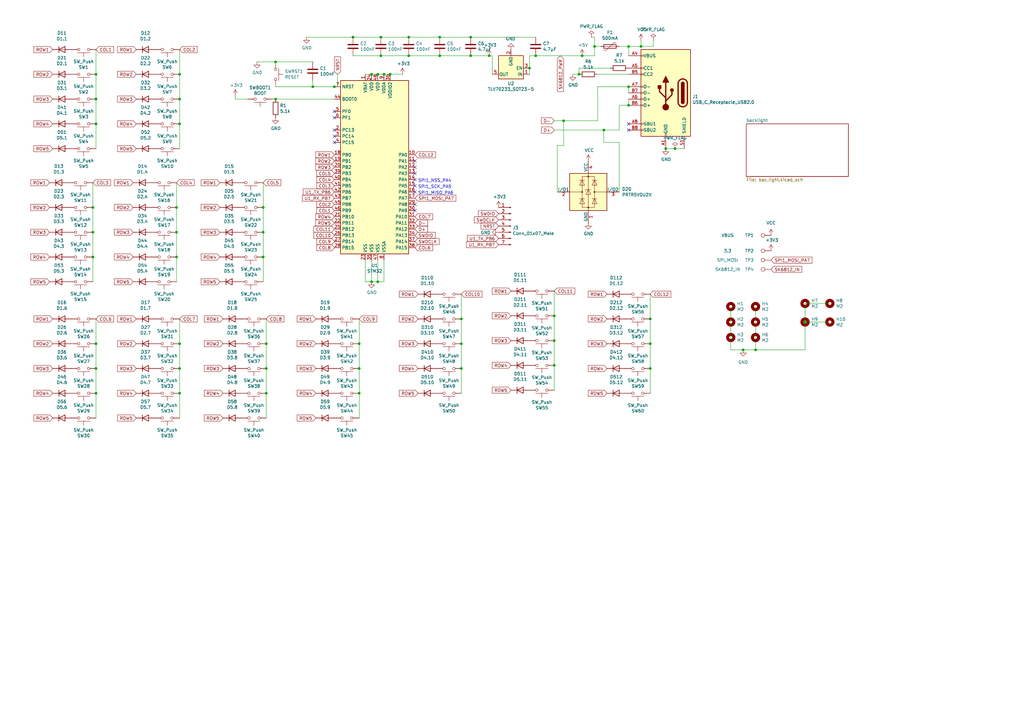
<source format=kicad_sch>
(kicad_sch (version 20211123) (generator eeschema)
  (paper "A3")
  (junction (at 200.66 22.86))
  (junction (at 152.4 30.48))
  (junction (at 167.64 15.24))
  (junction (at 167.64 22.86))
  (junction (at 109.22 140.97))
  (junction (at 257.81 35.56))
  (junction (at 147.32 140.97))
  (junction (at 193.04 22.86))
  (junction (at 266.7 130.81))
  (junction (at 38.1 105.41))
  (junction (at 231.14 49.53))
  (junction (at 107.95 85.09))
  (junction (at 180.34 15.24))
  (junction (at 243.84 19.05))
  (junction (at 73.66 140.97))
  (junction (at 73.66 40.64))
  (junction (at 39.37 140.97))
  (junction (at 39.37 30.48))
  (junction (at 309.88 143.51))
  (junction (at 157.48 30.48))
  (junction (at 113.03 40.64))
  (junction (at 257.81 43.18))
  (junction (at 72.39 85.09))
  (junction (at 107.95 95.25))
  (junction (at 38.1 95.25))
  (junction (at 72.39 105.41))
  (junction (at 160.02 30.48))
  (junction (at 107.95 105.41))
  (junction (at 38.1 85.09))
  (junction (at 39.37 50.8))
  (junction (at 39.37 40.64))
  (junction (at 247.65 53.34))
  (junction (at 237.49 30.48))
  (junction (at 189.23 140.97))
  (junction (at 189.23 130.81))
  (junction (at 262.89 19.05))
  (junction (at 72.39 95.25))
  (junction (at 147.32 151.13))
  (junction (at 227.33 129.54))
  (junction (at 276.86 60.96))
  (junction (at 304.8 143.51))
  (junction (at 189.23 151.13))
  (junction (at 238.76 22.86))
  (junction (at 193.04 15.24))
  (junction (at 128.27 35.56))
  (junction (at 217.17 27.94))
  (junction (at 147.32 161.29))
  (junction (at 156.21 15.24))
  (junction (at 144.78 15.24))
  (junction (at 109.22 151.13))
  (junction (at 266.7 151.13))
  (junction (at 154.94 30.48))
  (junction (at 156.21 22.86))
  (junction (at 39.37 161.29))
  (junction (at 152.4 115.57))
  (junction (at 273.05 60.96))
  (junction (at 266.7 140.97))
  (junction (at 154.94 115.57))
  (junction (at 73.66 161.29))
  (junction (at 227.33 149.86))
  (junction (at 227.33 139.7))
  (junction (at 73.66 30.48))
  (junction (at 113.03 25.4))
  (junction (at 109.22 161.29))
  (junction (at 39.37 151.13))
  (junction (at 330.2 132.08))
  (junction (at 180.34 22.86))
  (junction (at 137.16 35.56))
  (junction (at 73.66 50.8))
  (junction (at 73.66 151.13))
  (junction (at 219.71 22.86))
  (junction (at 257.81 19.05))
  (no_connect (at 257.81 50.8))
  (no_connect (at 137.16 48.26))
  (no_connect (at 170.18 83.82))
  (no_connect (at 170.18 86.36))
  (no_connect (at 170.18 66.04))
  (no_connect (at 170.18 78.74))
  (no_connect (at 170.18 71.12))
  (no_connect (at 170.18 68.58))
  (no_connect (at 137.16 45.72))
  (no_connect (at 170.18 76.2))
  (no_connect (at 137.16 58.42))
  (no_connect (at 137.16 55.88))
  (no_connect (at 170.18 73.66))
  (no_connect (at 257.81 53.34))
  (no_connect (at 137.16 53.34))
  (wire (pts (xy 299.72 125.73) (xy 299.72 143.51)))
  (wire (pts (xy 38.1 105.41) (xy 38.1 115.57)))
  (wire (pts (xy 38.1 95.25) (xy 38.1 105.41)))
  (wire (pts (xy 247.65 53.34) (xy 227.33 53.34)))
  (wire (pts (xy 107.95 95.25) (xy 107.95 105.41)))
  (wire (pts (xy 189.23 151.13) (xy 189.23 161.29)))
  (wire (pts (xy 149.86 30.48) (xy 152.4 30.48)))
  (wire (pts (xy 193.04 15.24) (xy 219.71 15.24)))
  (wire (pts (xy 96.52 40.64) (xy 96.52 39.37)))
  (wire (pts (xy 167.64 15.24) (xy 180.34 15.24)))
  (wire (pts (xy 189.23 130.81) (xy 189.23 140.97)))
  (wire (pts (xy 149.86 106.68) (xy 149.86 115.57)))
  (wire (pts (xy 257.81 19.05) (xy 262.89 19.05)))
  (wire (pts (xy 113.03 40.64) (xy 137.16 40.64)))
  (wire (pts (xy 144.78 15.24) (xy 156.21 15.24)))
  (wire (pts (xy 276.86 60.96) (xy 273.05 60.96)))
  (wire (pts (xy 73.66 30.48) (xy 73.66 40.64)))
  (wire (pts (xy 189.23 140.97) (xy 189.23 151.13)))
  (wire (pts (xy 39.37 30.48) (xy 39.37 40.64)))
  (wire (pts (xy 73.66 151.13) (xy 73.66 161.29)))
  (wire (pts (xy 39.37 140.97) (xy 39.37 151.13)))
  (wire (pts (xy 156.21 22.86) (xy 167.64 22.86)))
  (wire (pts (xy 73.66 20.32) (xy 73.66 30.48)))
  (wire (pts (xy 107.95 105.41) (xy 107.95 115.57)))
  (wire (pts (xy 39.37 151.13) (xy 39.37 161.29)))
  (wire (pts (xy 243.84 19.05) (xy 243.84 22.86)))
  (wire (pts (xy 227.33 149.86) (xy 227.33 160.02)))
  (wire (pts (xy 201.93 30.48) (xy 201.93 22.86)))
  (wire (pts (xy 125.73 15.24) (xy 144.78 15.24)))
  (wire (pts (xy 152.4 30.48) (xy 154.94 30.48)))
  (wire (pts (xy 243.84 15.24) (xy 242.57 15.24)))
  (wire (pts (xy 154.94 106.68) (xy 154.94 115.57)))
  (wire (pts (xy 245.11 35.56) (xy 245.11 49.53)))
  (wire (pts (xy 137.16 35.56) (xy 128.27 35.56)))
  (wire (pts (xy 228.6 78.74) (xy 228.6 59.69)))
  (wire (pts (xy 266.7 140.97) (xy 266.7 151.13)))
  (wire (pts (xy 262.89 19.05) (xy 267.97 19.05)))
  (wire (pts (xy 189.23 120.65) (xy 189.23 130.81)))
  (wire (pts (xy 228.6 59.69) (xy 231.14 59.69)))
  (wire (pts (xy 217.17 22.86) (xy 217.17 27.94)))
  (wire (pts (xy 39.37 40.64) (xy 39.37 50.8)))
  (wire (pts (xy 227.33 139.7) (xy 227.33 149.86)))
  (wire (pts (xy 254 19.05) (xy 257.81 19.05)))
  (wire (pts (xy 247.65 58.42) (xy 247.65 53.34)))
  (wire (pts (xy 237.49 27.94) (xy 237.49 30.48)))
  (wire (pts (xy 38.1 85.09) (xy 38.1 95.25)))
  (wire (pts (xy 330.2 132.08) (xy 330.2 143.51)))
  (wire (pts (xy 39.37 130.81) (xy 39.37 140.97)))
  (wire (pts (xy 243.84 19.05) (xy 243.84 15.24)))
  (wire (pts (xy 147.32 130.81) (xy 147.32 140.97)))
  (wire (pts (xy 154.94 115.57) (xy 152.4 115.57)))
  (wire (pts (xy 245.11 30.48) (xy 257.81 30.48)))
  (wire (pts (xy 180.34 22.86) (xy 193.04 22.86)))
  (wire (pts (xy 280.67 60.96) (xy 276.86 60.96)))
  (wire (pts (xy 257.81 43.18) (xy 254 43.18)))
  (wire (pts (xy 340.36 124.46) (xy 330.2 124.46)))
  (wire (pts (xy 73.66 40.64) (xy 73.66 50.8)))
  (wire (pts (xy 101.6 40.64) (xy 96.52 40.64)))
  (wire (pts (xy 113.03 35.56) (xy 128.27 35.56)))
  (wire (pts (xy 109.22 161.29) (xy 109.22 171.45)))
  (wire (pts (xy 72.39 105.41) (xy 72.39 115.57)))
  (wire (pts (xy 111.76 40.64) (xy 113.03 40.64)))
  (wire (pts (xy 309.88 143.51) (xy 330.2 143.51)))
  (wire (pts (xy 219.71 22.86) (xy 217.17 22.86)))
  (wire (pts (xy 254 53.34) (xy 247.65 53.34)))
  (wire (pts (xy 219.71 22.86) (xy 238.76 22.86)))
  (wire (pts (xy 257.81 22.86) (xy 257.81 19.05)))
  (wire (pts (xy 157.48 30.48) (xy 160.02 30.48)))
  (wire (pts (xy 39.37 20.32) (xy 39.37 30.48)))
  (wire (pts (xy 39.37 161.29) (xy 39.37 171.45)))
  (wire (pts (xy 227.33 119.38) (xy 227.33 129.54)))
  (wire (pts (xy 167.64 22.86) (xy 180.34 22.86)))
  (wire (pts (xy 245.11 49.53) (xy 231.14 49.53)))
  (wire (pts (xy 193.04 22.86) (xy 200.66 22.86)))
  (wire (pts (xy 147.32 161.29) (xy 147.32 171.45)))
  (wire (pts (xy 73.66 140.97) (xy 73.66 151.13)))
  (wire (pts (xy 200.66 22.86) (xy 201.93 22.86)))
  (wire (pts (xy 160.02 30.48) (xy 165.1 30.48)))
  (wire (pts (xy 113.03 25.4) (xy 105.41 25.4)))
  (wire (pts (xy 147.32 151.13) (xy 147.32 161.29)))
  (wire (pts (xy 144.78 22.86) (xy 156.21 22.86)))
  (wire (pts (xy 107.95 74.93) (xy 107.95 85.09)))
  (wire (pts (xy 147.32 140.97) (xy 147.32 151.13)))
  (wire (pts (xy 299.72 143.51) (xy 304.8 143.51)))
  (wire (pts (xy 113.03 25.4) (xy 128.27 25.4)))
  (wire (pts (xy 257.81 40.64) (xy 257.81 43.18)))
  (wire (pts (xy 109.22 140.97) (xy 109.22 151.13)))
  (wire (pts (xy 109.22 130.81) (xy 109.22 140.97)))
  (wire (pts (xy 72.39 85.09) (xy 72.39 95.25)))
  (wire (pts (xy 262.89 19.05) (xy 262.89 16.51)))
  (wire (pts (xy 128.27 35.56) (xy 128.27 33.02)))
  (wire (pts (xy 138.43 30.48) (xy 138.43 35.56)))
  (wire (pts (xy 73.66 130.81) (xy 73.66 140.97)))
  (wire (pts (xy 157.48 106.68) (xy 157.48 115.57)))
  (wire (pts (xy 266.7 151.13) (xy 266.7 161.29)))
  (wire (pts (xy 266.7 120.65) (xy 266.7 130.81)))
  (wire (pts (xy 238.76 22.86) (xy 243.84 22.86)))
  (wire (pts (xy 309.88 125.73) (xy 309.88 143.51)))
  (wire (pts (xy 138.43 35.56) (xy 137.16 35.56)))
  (wire (pts (xy 330.2 124.46) (xy 330.2 132.08)))
  (wire (pts (xy 152.4 106.68) (xy 152.4 115.57)))
  (wire (pts (xy 227.33 129.54) (xy 227.33 139.7)))
  (wire (pts (xy 39.37 50.8) (xy 39.37 60.96)))
  (wire (pts (xy 180.34 15.24) (xy 193.04 15.24)))
  (wire (pts (xy 73.66 50.8) (xy 73.66 60.96)))
  (wire (pts (xy 149.86 115.57) (xy 152.4 115.57)))
  (wire (pts (xy 234.95 30.48) (xy 237.49 30.48)))
  (wire (pts (xy 257.81 35.56) (xy 257.81 38.1)))
  (wire (pts (xy 266.7 130.81) (xy 266.7 140.97)))
  (wire (pts (xy 231.14 49.53) (xy 227.33 49.53)))
  (wire (pts (xy 107.95 85.09) (xy 107.95 95.25)))
  (wire (pts (xy 267.97 19.05) (xy 267.97 16.51)))
  (wire (pts (xy 72.39 95.25) (xy 72.39 105.41)))
  (wire (pts (xy 231.14 59.69) (xy 231.14 49.53)))
  (wire (pts (xy 245.11 35.56) (xy 257.81 35.56)))
  (wire (pts (xy 109.22 151.13) (xy 109.22 161.29)))
  (wire (pts (xy 340.36 132.08) (xy 330.2 132.08)))
  (wire (pts (xy 254 43.18) (xy 254 53.34)))
  (wire (pts (xy 254 78.74) (xy 254 58.42)))
  (wire (pts (xy 254 58.42) (xy 247.65 58.42)))
  (wire (pts (xy 250.19 27.94) (xy 237.49 27.94)))
  (wire (pts (xy 304.8 143.51) (xy 309.88 143.51)))
  (wire (pts (xy 38.1 74.93) (xy 38.1 85.09)))
  (wire (pts (xy 246.38 19.05) (xy 243.84 19.05)))
  (wire (pts (xy 157.48 115.57) (xy 154.94 115.57)))
  (wire (pts (xy 154.94 30.48) (xy 157.48 30.48)))
  (wire (pts (xy 73.66 161.29) (xy 73.66 171.45)))
  (wire (pts (xy 156.21 15.24) (xy 167.64 15.24)))
  (wire (pts (xy 72.39 74.93) (xy 72.39 85.09)))
  (wire (pts (xy 217.17 27.94) (xy 217.17 30.48)))
  (text "SPI1_NSS_PA4" (at 171.45 74.93 0) (effects (font (size 1.27 1.27)) (justify left bottom)))
  (text "SPI1_MISO_PA6" (at 171.45 80.01 0) (effects (font (size 1.27 1.27)) (justify left bottom)))
  (text "SPI1_SCK_PA5" (at 171.45 77.47 0) (effects (font (size 1.27 1.27)) (justify left bottom)))
  (global_label "ROW2" (shape input) (at 54.61 85.09 180) (property "Intersheet References" "${INTERSHEET_REFS}" (effects hide)))
  (global_label "ROW5" (shape input) (at 209.55 160.02 180) (property "Intersheet References" "${INTERSHEET_REFS}" (effects hide)))
  (global_label "ROW1" (shape input) (at 137.16 63.5 180) (property "Intersheet References" "${INTERSHEET_REFS}" (effects hide)))
  (global_label "ROW3" (shape input) (at 209.55 139.7 180) (property "Intersheet References" "${INTERSHEET_REFS}" (effects hide)))
  (global_label "COL7" (shape input) (at 170.18 88.9 0) (property "Intersheet References" "${INTERSHEET_REFS}" (effects hide)))
  (global_label "ROW3" (shape input) (at 91.44 151.13 180) (property "Intersheet References" "${INTERSHEET_REFS}" (effects hide)))
  (global_label "ROW2" (shape input) (at 21.59 140.97 180) (property "Intersheet References" "${INTERSHEET_REFS}" (effects hide)))
  (global_label "ROW5" (shape input) (at 21.59 171.45 180) (property "Intersheet References" "${INTERSHEET_REFS}" (effects hide)))
  (global_label "ROW1" (shape input) (at 20.32 74.93 180) (property "Intersheet References" "${INTERSHEET_REFS}" (effects hide)))
  (global_label "COL1" (shape input) (at 137.16 86.36 180) (property "Intersheet References" "${INTERSHEET_REFS}" (effects hide)))
  (global_label "ROW3" (shape input) (at 55.88 151.13 180) (property "Intersheet References" "${INTERSHEET_REFS}" (effects hide)))
  (global_label "COL3" (shape input) (at 137.16 76.2 180) (property "Intersheet References" "${INTERSHEET_REFS}" (effects hide)))
  (global_label "ROW5" (shape input) (at 171.45 161.29 180) (property "Intersheet References" "${INTERSHEET_REFS}" (effects hide)))
  (global_label "COL11" (shape input) (at 137.16 93.98 180) (property "Intersheet References" "${INTERSHEET_REFS}" (effects hide)))
  (global_label "ROW1" (shape input) (at 209.55 119.38 180) (property "Intersheet References" "${INTERSHEET_REFS}" (effects hide)))
  (global_label "SPI1_MOSI_PA7" (shape input) (at 316.23 106.68 0) (property "Intersheet References" "${INTERSHEET_REFS}" (effects hide)))
  (global_label "COL11" (shape input) (at 227.33 119.38 0) (property "Intersheet References" "${INTERSHEET_REFS}" (effects hide)))
  (global_label "ROW3" (shape input) (at 54.61 95.25 180) (property "Intersheet References" "${INTERSHEET_REFS}" (effects hide)))
  (global_label "ROW4" (shape input) (at 129.54 161.29 180) (property "Intersheet References" "${INTERSHEET_REFS}" (effects hide)))
  (global_label "ROW5" (shape input) (at 55.88 171.45 180) (property "Intersheet References" "${INTERSHEET_REFS}" (effects hide)))
  (global_label "COL12" (shape input) (at 170.18 63.5 0) (property "Intersheet References" "${INTERSHEET_REFS}" (effects hide)))
  (global_label "COL5" (shape input) (at 107.95 74.93 0) (property "Intersheet References" "${INTERSHEET_REFS}" (effects hide)))
  (global_label "ROW1" (shape input) (at 129.54 130.81 180) (property "Intersheet References" "${INTERSHEET_REFS}" (effects hide)))
  (global_label "COL8" (shape input) (at 109.22 130.81 0) (property "Intersheet References" "${INTERSHEET_REFS}" (effects hide)))
  (global_label "ROW3" (shape input) (at 137.16 68.58 180) (property "Intersheet References" "${INTERSHEET_REFS}" (effects hide)))
  (global_label "ROW4" (shape input) (at 21.59 161.29 180) (property "Intersheet References" "${INTERSHEET_REFS}" (effects hide)))
  (global_label "SPI1_MOSI_PA7" (shape input) (at 170.18 81.28 0) (property "Intersheet References" "${INTERSHEET_REFS}" (effects hide)))
  (global_label "ROW1" (shape input) (at 171.45 120.65 180) (property "Intersheet References" "${INTERSHEET_REFS}" (effects hide)))
  (global_label "ROW5" (shape input) (at 55.88 60.96 180) (property "Intersheet References" "${INTERSHEET_REFS}" (effects hide)))
  (global_label "ROW3" (shape input) (at 21.59 40.64 180) (property "Intersheet References" "${INTERSHEET_REFS}" (effects hide)))
  (global_label "ROW2" (shape input) (at 129.54 140.97 180) (property "Intersheet References" "${INTERSHEET_REFS}" (effects hide)))
  (global_label "ROW4" (shape input) (at 55.88 161.29 180) (property "Intersheet References" "${INTERSHEET_REFS}" (effects hide)))
  (global_label "ROW4" (shape input) (at 90.17 105.41 180) (property "Intersheet References" "${INTERSHEET_REFS}" (effects hide)))
  (global_label "U1_TX_PB6" (shape input) (at 204.47 97.79 180) (property "Intersheet References" "${INTERSHEET_REFS}" (effects hide)))
  (global_label "ROW3" (shape input) (at 20.32 95.25 180) (property "Intersheet References" "${INTERSHEET_REFS}" (effects hide)))
  (global_label "ROW5" (shape input) (at 129.54 171.45 180) (property "Intersheet References" "${INTERSHEET_REFS}" (effects hide)))
  (global_label "D+" (shape input) (at 170.18 93.98 0) (property "Intersheet References" "${INTERSHEET_REFS}" (effects hide)))
  (global_label "COL2" (shape input) (at 137.16 83.82 180) (property "Intersheet References" "${INTERSHEET_REFS}" (effects hide)))
  (global_label "D+" (shape input) (at 227.33 53.34 180) (property "Intersheet References" "${INTERSHEET_REFS}" (effects hide)))
  (global_label "ROW1" (shape input) (at 21.59 130.81 180) (property "Intersheet References" "${INTERSHEET_REFS}" (effects hide)))
  (global_label "COL10" (shape input) (at 189.23 120.65 0) (property "Intersheet References" "${INTERSHEET_REFS}" (effects hide)))
  (global_label "U1_TX_PB6" (shape input) (at 137.16 78.74 180) (property "Intersheet References" "${INTERSHEET_REFS}" (effects hide)))
  (global_label "ROW5" (shape input) (at 90.17 115.57 180) (property "Intersheet References" "${INTERSHEET_REFS}" (effects hide)))
  (global_label "ROW3" (shape input) (at 129.54 151.13 180) (property "Intersheet References" "${INTERSHEET_REFS}" (effects hide)))
  (global_label "COL9" (shape input) (at 147.32 130.81 0) (property "Intersheet References" "${INTERSHEET_REFS}" (effects hide)))
  (global_label "ROW4" (shape input) (at 171.45 151.13 180) (property "Intersheet References" "${INTERSHEET_REFS}" (effects hide)))
  (global_label "COL6" (shape input) (at 170.18 101.6 0) (property "Intersheet References" "${INTERSHEET_REFS}" (effects hide)))
  (global_label "ROW5" (shape input) (at 20.32 115.57 180) (property "Intersheet References" "${INTERSHEET_REFS}" (effects hide)))
  (global_label "ROW5" (shape input) (at 91.44 171.45 180) (property "Intersheet References" "${INTERSHEET_REFS}" (effects hide)))
  (global_label "ROW2" (shape input) (at 91.44 140.97 180) (property "Intersheet References" "${INTERSHEET_REFS}" (effects hide)))
  (global_label "ROW4" (shape input) (at 20.32 105.41 180) (property "Intersheet References" "${INTERSHEET_REFS}" (effects hide)))
  (global_label "COL5" (shape input) (at 137.16 71.12 180) (property "Intersheet References" "${INTERSHEET_REFS}" (effects hide)))
  (global_label "D-" (shape input) (at 227.33 49.53 180) (property "Intersheet References" "${INTERSHEET_REFS}" (effects hide)))
  (global_label "D-" (shape input) (at 170.18 91.44 0) (property "Intersheet References" "${INTERSHEET_REFS}" (effects hide)))
  (global_label "ROW2" (shape input) (at 248.92 130.81 180) (property "Intersheet References" "${INTERSHEET_REFS}" (effects hide)))
  (global_label "ROW5" (shape input) (at 248.92 161.29 180) (property "Intersheet References" "${INTERSHEET_REFS}" (effects hide)))
  (global_label "ROW2" (shape input) (at 21.59 30.48 180) (property "Intersheet References" "${INTERSHEET_REFS}" (effects hide)))
  (global_label "ROW2" (shape input) (at 209.55 129.54 180) (property "Intersheet References" "${INTERSHEET_REFS}" (effects hide)))
  (global_label "COL9" (shape input) (at 137.16 99.06 180) (property "Intersheet References" "${INTERSHEET_REFS}" (effects hide)))
  (global_label "ROW4" (shape input) (at 54.61 105.41 180) (property "Intersheet References" "${INTERSHEET_REFS}" (effects hide)))
  (global_label "SWDCLK" (shape input) (at 170.18 99.06 0) (property "Intersheet References" "${INTERSHEET_REFS}" (effects hide)))
  (global_label "NRST" (shape input) (at 138.43 30.48 90) (property "Intersheet References" "${INTERSHEET_REFS}" (effects hide)))
  (global_label "ROW3" (shape input) (at 55.88 40.64 180) (property "Intersheet References" "${INTERSHEET_REFS}" (effects hide)))
  (global_label "COL6" (shape input) (at 39.37 130.81 0) (property "Intersheet References" "${INTERSHEET_REFS}" (effects hide)))
  (global_label "ROW1" (shape input) (at 90.17 74.93 180) (property "Intersheet References" "${INTERSHEET_REFS}" (effects hide)))
  (global_label "ROW1" (shape input) (at 91.44 130.81 180) (property "Intersheet References" "${INTERSHEET_REFS}" (effects hide)))
  (global_label "ROW3" (shape input) (at 171.45 140.97 180) (property "Intersheet References" "${INTERSHEET_REFS}" (effects hide)))
  (global_label "ROW4" (shape input) (at 248.92 151.13 180) (property "Intersheet References" "${INTERSHEET_REFS}" (effects hide)))
  (global_label "ROW1" (shape input) (at 55.88 130.81 180) (property "Intersheet References" "${INTERSHEET_REFS}" (effects hide)))
  (global_label "ROW2" (shape input) (at 171.45 130.81 180) (property "Intersheet References" "${INTERSHEET_REFS}" (effects hide)))
  (global_label "SWDCLK" (shape input) (at 204.47 90.17 180) (property "Intersheet References" "${INTERSHEET_REFS}" (effects hide)))
  (global_label "U1_RX_PB7" (shape input) (at 204.47 100.33 180) (property "Intersheet References" "${INTERSHEET_REFS}" (effects hide)))
  (global_label "ROW2" (shape input) (at 55.88 140.97 180) (property "Intersheet References" "${INTERSHEET_REFS}" (effects hide)))
  (global_label "ROW2" (shape input) (at 20.32 85.09 180) (property "Intersheet References" "${INTERSHEET_REFS}" (effects hide)))
  (global_label "COL2" (shape input) (at 73.66 20.32 0) (property "Intersheet References" "${INTERSHEET_REFS}" (effects hide)))
  (global_label "NRST" (shape input) (at 204.47 92.71 180) (property "Intersheet References" "${INTERSHEET_REFS}" (effects hide)))
  (global_label "SWDIO" (shape input) (at 170.18 96.52 0) (property "Intersheet References" "${INTERSHEET_REFS}" (effects hide)))
  (global_label "SWDIO" (shape input) (at 204.47 87.63 180) (property "Intersheet References" "${INTERSHEET_REFS}" (effects hide)))
  (global_label "ROW1" (shape input) (at 54.61 74.93 180) (property "Intersheet References" "${INTERSHEET_REFS}" (effects hide)))
  (global_label "ROW5" (shape input) (at 137.16 91.44 180) (property "Intersheet References" "${INTERSHEET_REFS}" (effects hide)))
  (global_label "ROW5" (shape input) (at 21.59 60.96 180) (property "Intersheet References" "${INTERSHEET_REFS}" (effects hide)))
  (global_label "ROW2" (shape input) (at 90.17 85.09 180) (property "Intersheet References" "${INTERSHEET_REFS}" (effects hide)))
  (global_label "ROW3" (shape input) (at 248.92 140.97 180) (property "Intersheet References" "${INTERSHEET_REFS}" (effects hide)))
  (global_label "ROW1" (shape input) (at 21.59 20.32 180) (property "Intersheet References" "${INTERSHEET_REFS}" (effects hide)))
  (global_label "SK6812_IN" (shape input) (at 316.23 110.49 0) (property "Intersheet References" "${INTERSHEET_REFS}" (effects hide)))
  (global_label "ROW4" (shape input) (at 91.44 161.29 180) (property "Intersheet References" "${INTERSHEET_REFS}" (effects hide)))
  (global_label "COL4" (shape input) (at 72.39 74.93 0) (property "Intersheet References" "${INTERSHEET_REFS}" (effects hide)))
  (global_label "U1_RX_PB7" (shape input) (at 137.16 81.28 180) (property "Intersheet References" "${INTERSHEET_REFS}" (effects hide)))
  (global_label "ROW3" (shape input) (at 90.17 95.25 180) (property "Intersheet References" "${INTERSHEET_REFS}" (effects hide)))
  (global_label "COL7" (shape input) (at 73.66 130.81 0) (property "Intersheet References" "${INTERSHEET_REFS}" (effects hide)))
  (global_label "ROW4" (shape input) (at 21.59 50.8 180) (property "Intersheet References" "${INTERSHEET_REFS}" (effects hide)))
  (global_label "COL1" (shape input) (at 39.37 20.32 0) (property "Intersheet References" "${INTERSHEET_REFS}" (effects hide)))
  (global_label "COL8" (shape input) (at 137.16 101.6 180) (property "Intersheet References" "${INTERSHEET_REFS}" (effects hide)))
  (global_label "SK6812_PWR" (shape input) (at 229.87 22.86 270) (property "Intersheet References" "${INTERSHEET_REFS}" (effects hide)))
  (global_label "ROW4" (shape input) (at 209.55 149.86 180) (property "Intersheet References" "${INTERSHEET_REFS}" (effects hide)))
  (global_label "ROW1" (shape input) (at 55.88 20.32 180) (property "Intersheet References" "${INTERSHEET_REFS}" (effects hide)))
  (global_label "COL3" (shape input) (at 38.1 74.93 0) (property "Intersheet References" "${INTERSHEET_REFS}" (effects hide)))
  (global_label "COL4" (shape input) (at 137.16 73.66 180) (property "Intersheet References" "${INTERSHEET_REFS}" (effects hide)))
  (global_label "ROW1" (shape input) (at 248.92 120.65 180) (property "Intersheet References" "${INTERSHEET_REFS}" (effects hide)))
  (global_label "ROW4" (shape input) (at 55.88 50.8 180) (property "Intersheet References" "${INTERSHEET_REFS}" (effects hide)))
  (global_label "COL10" (shape input) (at 137.16 96.52 180) (property "Intersheet References" "${INTERSHEET_REFS}" (effects hide)))
  (global_label "ROW3" (shape input) (at 21.59 151.13 180) (property "Intersheet References" "${INTERSHEET_REFS}" (effects hide)))
  (global_label "COL12" (shape input) (at 266.7 120.65 0) (property "Intersheet References" "${INTERSHEET_REFS}" (effects hide)))
  (global_label "ROW2" (shape input) (at 55.88 30.48 180) (property "Intersheet References" "${INTERSHEET_REFS}" (effects hide)))
  (global_label "ROW2" (shape input) (at 137.16 66.04 180) (property "Intersheet References" "${INTERSHEET_REFS}" (effects hide)))
  (global_label "ROW5" (shape input) (at 54.61 115.57 180) (property "Intersheet References" "${INTERSHEET_REFS}" (effects hide)))
  (global_label "ROW4" (shape input) (at 137.16 88.9 180) (property "Intersheet References" "${INTERSHEET_REFS}" (effects hide)))
  (symbol (lib_id "MCU_ST_STM32F0:STM32F072C8Tx") (at 154.94 68.58 0) (unit 1)
    (property "Reference" "U1" (at 153.67 108.8644 0))
    (property "Value" "STM32" (at 153.67 111.1758 0))
    (property "Footprint" "Package_QFP:LQFP-48_7x7mm_P0.5mm" (effects hide))
    (property "Datasheet" "http://www.st.com/st-web-ui/static/active/en/resource/technical/document/datasheet/DM00090510.pdf" (effects hide))
  )
  (symbol (lib_id "Device:C") (at 144.78 19.05 0) (unit 1)
    (property "Reference" "C2" (at 147.701 17.8816 0) (effects (justify left)))
    (property "Value" "100nF" (at 147.701 20.193 0) (effects (justify left)))
    (property "Footprint" "Capacitor_SMD:C_0805_2012Metric_Pad1.15x1.40mm_HandSolder" (effects hide))
  )
  (symbol (lib_id "Device:C") (at 156.21 19.05 0) (unit 1)
    (property "Reference" "C3" (at 159.131 17.8816 0) (effects (justify left)))
    (property "Value" "100nF" (at 159.131 20.193 0) (effects (justify left)))
    (property "Footprint" "Capacitor_SMD:C_0805_2012Metric_Pad1.15x1.40mm_HandSolder" (effects hide))
  )
  (symbol (lib_id "Device:C") (at 167.64 19.05 0) (unit 1)
    (property "Reference" "C4" (at 170.561 17.8816 0) (effects (justify left)))
    (property "Value" "100nF" (at 170.561 20.193 0) (effects (justify left)))
    (property "Footprint" "Capacitor_SMD:C_0805_2012Metric_Pad1.15x1.40mm_HandSolder" (effects hide))
  )
  (symbol (lib_id "Device:C") (at 180.34 19.05 0) (unit 1)
    (property "Reference" "C5" (at 183.261 17.8816 0) (effects (justify left)))
    (property "Value" "100nF" (at 183.261 20.193 0) (effects (justify left)))
    (property "Footprint" "Capacitor_SMD:C_0805_2012Metric_Pad1.15x1.40mm_HandSolder" (effects hide))
  )
  (symbol (lib_id "Device:C") (at 219.71 19.05 0) (unit 1)
    (property "Reference" "C7" (at 222.631 17.8816 0) (effects (justify left)))
    (property "Value" "4.7µF" (at 222.631 20.193 0) (effects (justify left)))
    (property "Footprint" "Capacitor_SMD:C_0805_2012Metric_Pad1.15x1.40mm_HandSolder" (effects hide))
  )
  (symbol (lib_id "power:GND") (at 152.4 115.57 0) (unit 1)
    (property "Reference" "#PWR0101" (effects hide))
    (property "Value" "GND" (at 152.527 119.9642 0))
  )
  (symbol (lib_id "power:GND") (at 125.73 15.24 0) (unit 1)
    (property "Reference" "#PWR0102" (effects hide))
    (property "Value" "GND" (at 125.857 19.6342 0))
  )
  (symbol (lib_id "Device:C") (at 128.27 29.21 0) (unit 1)
    (property "Reference" "C1" (at 131.191 28.0416 0) (effects (justify left)))
    (property "Value" "100nF" (at 131.191 30.353 0) (effects (justify left)))
    (property "Footprint" "Capacitor_SMD:C_0805_2012Metric_Pad1.15x1.40mm_HandSolder" (effects hide))
  )
  (symbol (lib_id "Switch:SW_Push") (at 113.03 30.48 270) (unit 1)
    (property "Reference" "SWRST1" (at 116.7892 29.3116 90) (effects (justify left)))
    (property "Value" "RESET" (at 116.7892 31.623 90) (effects (justify left)))
    (property "Footprint" "Button_Switch_SMD:SW_SPST_CK_RS282G05A3" (effects hide))
  )
  (symbol (lib_id "power:GND") (at 105.41 25.4 0) (unit 1)
    (property "Reference" "#PWR0103" (effects hide))
    (property "Value" "GND" (at 105.537 29.7942 0))
  )
  (symbol (lib_id "Switch:SW_Push") (at 106.68 40.64 180) (unit 1)
    (property "Reference" "SWBOOT1" (at 106.68 35.941 0))
    (property "Value" "BOOT" (at 106.68 38.2524 0))
    (property "Footprint" "Button_Switch_SMD:SW_SPST_CK_RS282G05A3" (effects hide))
  )
  (symbol (lib_id "Device:R") (at 113.03 44.45 0) (unit 1)
    (property "Reference" "R1" (at 114.808 43.2816 0) (effects (justify left)))
    (property "Value" "5.1k" (at 114.808 45.593 0) (effects (justify left)))
    (property "Footprint" "Resistor_SMD:R_0805_2012Metric_Pad1.15x1.40mm_HandSolder" (effects hide))
  )
  (symbol (lib_id "power:GND") (at 113.03 48.26 0) (unit 1)
    (property "Reference" "#PWR0104" (effects hide))
    (property "Value" "GND" (at 113.157 52.6542 0))
  )
  (symbol (lib_id "power:GND") (at 273.05 60.96 0) (unit 1)
    (property "Reference" "#PWR0105" (effects hide))
    (property "Value" "GND" (at 273.177 65.3542 0))
  )
  (symbol (lib_id "Device:R") (at 254 27.94 270) (unit 1)
    (property "Reference" "R7" (at 254 22.6822 90))
    (property "Value" "5.1k" (at 254 24.9936 90))
    (property "Footprint" "Resistor_SMD:R_0805_2012Metric_Pad1.15x1.40mm_HandSolder" (effects hide))
  )
  (symbol (lib_id "Device:R") (at 241.3 30.48 270) (mirror x) (unit 1)
    (property "Reference" "R6" (at 241.3 25.2222 90))
    (property "Value" "5.1k" (at 241.3 27.5336 90))
    (property "Footprint" "Resistor_SMD:R_0805_2012Metric_Pad1.15x1.40mm_HandSolder" (effects hide))
  )
  (symbol (lib_id "power:GND") (at 234.95 30.48 0) (unit 1)
    (property "Reference" "#PWR0106" (effects hide))
    (property "Value" "GND" (at 235.077 34.8742 0))
  )
  (symbol (lib_id "Device:C") (at 193.04 19.05 0) (unit 1)
    (property "Reference" "C6" (at 195.961 17.8816 0) (effects (justify left)))
    (property "Value" "4.7µF" (at 195.961 20.193 0) (effects (justify left)))
    (property "Footprint" "Capacitor_SMD:C_0805_2012Metric_Pad1.15x1.40mm_HandSolder" (effects hide))
  )
  (symbol (lib_id "Connector:USB_C_Receptacle_USB2.0") (at 273.05 38.1 0) (mirror y) (unit 1)
    (property "Reference" "J1" (at 283.972 39.5986 0) (effects (justify right)))
    (property "Value" "USB_C_Receptacle_USB2.0" (at 283.972 41.91 0) (effects (justify right)))
    (property "Footprint" "kicad-usb:USB_C_Receptacle_HRO_TYPE-C-31-M-12" (effects hide))
    (property "Datasheet" "https://www.usb.org/sites/default/files/documents/usb_type-c.zip" (effects hide))
  )
  (symbol (lib_id "Connector:Conn_01x07_Male") (at 209.55 92.71 0) (mirror y) (unit 1)
    (property "Reference" "J3" (at 210.2358 93.3958 0) (effects (justify right)))
    (property "Value" "Conn_01x07_Male" (at 210.2358 95.7072 0) (effects (justify right)))
    (property "Footprint" "kicad-harwin:Harwin_M20-89007xx_1x07_P2.54mm_Horizontal" (effects hide))
  )
  (symbol (lib_id "power:GND") (at 204.47 95.25 270) (unit 1)
    (property "Reference" "#PWR0109" (effects hide))
    (property "Value" "GND" (at 201.2188 95.377 90) (effects (justify right)))
  )
  (symbol (lib_id "Switch:SW_Push") (at 34.29 20.32 180) (unit 1)
    (property "Reference" "SW1" (at 34.29 27.559 0))
    (property "Value" "SW_Push" (at 34.29 25.2476 0))
    (property "Footprint" "custom:CherryMX_Hotswap" (effects hide))
  )
  (symbol (lib_id "Diode:1N4148WS") (at 25.4 20.32 0) (unit 1)
    (property "Reference" "D11" (at 25.4 13.589 0))
    (property "Value" "D1.1" (at 25.4 15.9004 0))
    (property "Footprint" "Diode_SMD:D_SOD-323" (effects hide))
  )
  (symbol (lib_id "Switch:SW_Push") (at 34.29 30.48 180) (unit 1)
    (property "Reference" "SW2" (at 34.29 37.719 0))
    (property "Value" "SW_Push" (at 34.29 35.4076 0))
    (property "Footprint" "custom:CherryMX_Hotswap" (effects hide))
  )
  (symbol (lib_id "Diode:1N4148WS") (at 25.4 30.48 0) (unit 1)
    (property "Reference" "D21" (at 25.4 23.749 0))
    (property "Value" "D2.1" (at 25.4 26.0604 0))
    (property "Footprint" "Diode_SMD:D_SOD-323" (effects hide))
  )
  (symbol (lib_id "Switch:SW_Push") (at 34.29 50.8 180) (unit 1)
    (property "Reference" "SW4" (at 34.29 58.039 0))
    (property "Value" "SW_Push" (at 34.29 55.7276 0))
    (property "Footprint" "custom:CherryMX_Hotswap" (effects hide))
  )
  (symbol (lib_id "Diode:1N4148WS") (at 25.4 50.8 0) (unit 1)
    (property "Reference" "D41" (at 25.4 44.069 0))
    (property "Value" "D4.1" (at 25.4 46.3804 0))
    (property "Footprint" "Diode_SMD:D_SOD-323" (effects hide))
  )
  (symbol (lib_id "Switch:SW_Push") (at 34.29 40.64 180) (unit 1)
    (property "Reference" "SW3" (at 34.29 47.879 0))
    (property "Value" "SW_Push" (at 34.29 45.5676 0))
    (property "Footprint" "custom:CherryMX_Hotswap" (effects hide))
  )
  (symbol (lib_id "Diode:1N4148WS") (at 25.4 40.64 0) (unit 1)
    (property "Reference" "D31" (at 25.4 33.909 0))
    (property "Value" "D3.1" (at 25.4 36.2204 0))
    (property "Footprint" "Diode_SMD:D_SOD-323" (effects hide))
  )
  (symbol (lib_id "power:PWR_FLAG") (at 276.86 60.96 0) (unit 1)
    (property "Reference" "#FLG0102" (effects hide))
    (property "Value" "PWR_FLAG" (at 276.86 56.5658 0))
  )
  (symbol (lib_id "power:+3.3V") (at 165.1 30.48 0) (unit 1)
    (property "Reference" "#PWR0107" (effects hide))
    (property "Value" "+3.3V" (at 165.481 26.0858 0))
  )
  (symbol (lib_id "power:+3.3V") (at 96.52 39.37 0) (unit 1)
    (property "Reference" "#PWR06" (effects hide))
    (property "Value" "+3.3V" (at 96.901 34.9758 0))
  )
  (symbol (lib_id "Device:Polyfuse") (at 250.19 19.05 270) (unit 1)
    (property "Reference" "F1" (at 250.19 13.335 90))
    (property "Value" "500mA" (at 250.19 15.6464 90))
    (property "Footprint" "Resistor_SMD:R_0805_2012Metric_Pad1.15x1.40mm_HandSolder" (effects hide))
  )
  (symbol (lib_id "power:+5V") (at 238.76 22.86 0) (unit 1)
    (property "Reference" "#PWR0108" (effects hide))
    (property "Value" "+5V" (at 239.141 18.4658 0))
  )
  (symbol (lib_id "power:PWR_FLAG") (at 242.57 15.24 0) (unit 1)
    (property "Reference" "#FLG0101" (effects hide))
    (property "Value" "PWR_FLAG" (at 242.57 10.8458 0))
  )
  (symbol (lib_id "Switch:SW_Push") (at 34.29 60.96 180) (unit 1)
    (property "Reference" "SW5" (at 34.29 68.199 0))
    (property "Value" "SW_Push" (at 34.29 65.8876 0))
    (property "Footprint" "custom:CherryMX_Hotswap" (effects hide))
  )
  (symbol (lib_id "Diode:1N4148WS") (at 25.4 60.96 0) (unit 1)
    (property "Reference" "D51" (at 25.4 54.229 0))
    (property "Value" "D5.1" (at 25.4 56.5404 0))
    (property "Footprint" "Diode_SMD:D_SOD-323" (effects hide))
  )
  (symbol (lib_id "Switch:SW_Push") (at 68.58 20.32 180) (unit 1)
    (property "Reference" "SW6" (at 68.58 27.559 0))
    (property "Value" "SW_Push" (at 68.58 25.2476 0))
    (property "Footprint" "custom:CherryMX_Hotswap" (effects hide))
  )
  (symbol (lib_id "Diode:1N4148WS") (at 59.69 20.32 0) (unit 1)
    (property "Reference" "D12" (at 59.69 13.589 0))
    (property "Value" "D1.2" (at 59.69 15.9004 0))
    (property "Footprint" "Diode_SMD:D_SOD-323" (effects hide))
  )
  (symbol (lib_id "Switch:SW_Push") (at 68.58 30.48 180) (unit 1)
    (property "Reference" "SW7" (at 68.58 37.719 0))
    (property "Value" "SW_Push" (at 68.58 35.4076 0))
    (property "Footprint" "custom:CherryMX_Hotswap" (effects hide))
  )
  (symbol (lib_id "Diode:1N4148WS") (at 59.69 30.48 0) (unit 1)
    (property "Reference" "D22" (at 59.69 23.749 0))
    (property "Value" "D2.2" (at 59.69 26.0604 0))
    (property "Footprint" "Diode_SMD:D_SOD-323" (effects hide))
  )
  (symbol (lib_id "Switch:SW_Push") (at 68.58 50.8 180) (unit 1)
    (property "Reference" "SW9" (at 68.58 58.039 0))
    (property "Value" "SW_Push" (at 68.58 55.7276 0))
    (property "Footprint" "custom:CherryMX_Hotswap" (effects hide))
  )
  (symbol (lib_id "Diode:1N4148WS") (at 59.69 50.8 0) (unit 1)
    (property "Reference" "D42" (at 59.69 44.069 0))
    (property "Value" "D4.2" (at 59.69 46.3804 0))
    (property "Footprint" "Diode_SMD:D_SOD-323" (effects hide))
  )
  (symbol (lib_id "Switch:SW_Push") (at 68.58 40.64 180) (unit 1)
    (property "Reference" "SW8" (at 68.58 47.879 0))
    (property "Value" "SW_Push" (at 68.58 45.5676 0))
    (property "Footprint" "custom:CherryMX_Hotswap" (effects hide))
  )
  (symbol (lib_id "Diode:1N4148WS") (at 59.69 40.64 0) (unit 1)
    (property "Reference" "D32" (at 59.69 33.909 0))
    (property "Value" "D3.2" (at 59.69 36.2204 0))
    (property "Footprint" "Diode_SMD:D_SOD-323" (effects hide))
  )
  (symbol (lib_id "Switch:SW_Push") (at 68.58 60.96 180) (unit 1)
    (property "Reference" "SW10" (at 68.58 68.199 0))
    (property "Value" "SW_Push" (at 68.58 65.8876 0))
    (property "Footprint" "custom:CherryMX_Hotswap" (effects hide))
  )
  (symbol (lib_id "Diode:1N4148WS") (at 59.69 60.96 0) (unit 1)
    (property "Reference" "D52" (at 59.69 54.229 0))
    (property "Value" "D5.2" (at 59.69 56.5404 0))
    (property "Footprint" "Diode_SMD:D_SOD-323" (effects hide))
  )
  (symbol (lib_id "Switch:SW_Push") (at 33.02 74.93 180) (unit 1)
    (property "Reference" "SW11" (at 33.02 82.169 0))
    (property "Value" "SW_Push" (at 33.02 79.8576 0))
    (property "Footprint" "custom:CherryMX_Hotswap" (effects hide))
  )
  (symbol (lib_id "Diode:1N4148WS") (at 24.13 74.93 0) (unit 1)
    (property "Reference" "D13" (at 24.13 68.199 0))
    (property "Value" "D1.3" (at 24.13 70.5104 0))
    (property "Footprint" "Diode_SMD:D_SOD-323" (effects hide))
  )
  (symbol (lib_id "Switch:SW_Push") (at 33.02 85.09 180) (unit 1)
    (property "Reference" "SW12" (at 33.02 92.329 0))
    (property "Value" "SW_Push" (at 33.02 90.0176 0))
    (property "Footprint" "custom:CherryMX_Hotswap" (effects hide))
  )
  (symbol (lib_id "Diode:1N4148WS") (at 24.13 85.09 0) (unit 1)
    (property "Reference" "D23" (at 24.13 78.359 0))
    (property "Value" "D2.3" (at 24.13 80.6704 0))
    (property "Footprint" "Diode_SMD:D_SOD-323" (effects hide))
  )
  (symbol (lib_id "Switch:SW_Push") (at 33.02 105.41 180) (unit 1)
    (property "Reference" "SW14" (at 33.02 112.649 0))
    (property "Value" "SW_Push" (at 33.02 110.3376 0))
    (property "Footprint" "custom:CherryMX_Hotswap" (effects hide))
  )
  (symbol (lib_id "Diode:1N4148WS") (at 24.13 105.41 0) (unit 1)
    (property "Reference" "D43" (at 24.13 98.679 0))
    (property "Value" "D4.3" (at 24.13 100.9904 0))
    (property "Footprint" "Diode_SMD:D_SOD-323" (effects hide))
  )
  (symbol (lib_id "Switch:SW_Push") (at 33.02 95.25 180) (unit 1)
    (property "Reference" "SW13" (at 33.02 102.489 0))
    (property "Value" "SW_Push" (at 33.02 100.1776 0))
    (property "Footprint" "custom:CherryMX_Hotswap" (effects hide))
  )
  (symbol (lib_id "Diode:1N4148WS") (at 24.13 95.25 0) (unit 1)
    (property "Reference" "D33" (at 24.13 88.519 0))
    (property "Value" "D3.3" (at 24.13 90.8304 0))
    (property "Footprint" "Diode_SMD:D_SOD-323" (effects hide))
  )
  (symbol (lib_id "Switch:SW_Push") (at 33.02 115.57 180) (unit 1)
    (property "Reference" "SW15" (at 33.02 122.809 0))
    (property "Value" "SW_Push" (at 33.02 120.4976 0))
    (property "Footprint" "custom:CherryMX_Hotswap" (effects hide))
  )
  (symbol (lib_id "Diode:1N4148WS") (at 24.13 115.57 0) (unit 1)
    (property "Reference" "D53" (at 24.13 108.839 0))
    (property "Value" "D5.3" (at 24.13 111.1504 0))
    (property "Footprint" "Diode_SMD:D_SOD-323" (effects hide))
  )
  (symbol (lib_id "Regulator_Linear:TLV70233_SOT23-5") (at 209.55 27.94 180) (unit 1)
    (property "Reference" "U2" (at 209.55 34.2646 0))
    (property "Value" "TLV70233_SOT23-5" (at 209.55 36.576 0))
    (property "Footprint" "Package_TO_SOT_SMD:SOT-23-5" (effects hide))
    (property "Datasheet" "http://www.ti.com/lit/ds/symlink/tlv702.pdf" (effects hide))
  )
  (symbol (lib_id "Switch:SW_Push") (at 67.31 74.93 180) (unit 1)
    (property "Reference" "SW16" (at 67.31 82.169 0))
    (property "Value" "SW_Push" (at 67.31 79.8576 0))
    (property "Footprint" "custom:CherryMX_Hotswap" (effects hide))
  )
  (symbol (lib_id "Diode:1N4148WS") (at 58.42 74.93 0) (unit 1)
    (property "Reference" "D14" (at 58.42 68.199 0))
    (property "Value" "D1.4" (at 58.42 70.5104 0))
    (property "Footprint" "Diode_SMD:D_SOD-323" (effects hide))
  )
  (symbol (lib_id "Switch:SW_Push") (at 67.31 85.09 180) (unit 1)
    (property "Reference" "SW17" (at 67.31 92.329 0))
    (property "Value" "SW_Push" (at 67.31 90.0176 0))
    (property "Footprint" "custom:CherryMX_Hotswap" (effects hide))
  )
  (symbol (lib_id "Diode:1N4148WS") (at 58.42 85.09 0) (unit 1)
    (property "Reference" "D24" (at 58.42 78.359 0))
    (property "Value" "D2.4" (at 58.42 80.6704 0))
    (property "Footprint" "Diode_SMD:D_SOD-323" (effects hide))
  )
  (symbol (lib_id "Switch:SW_Push") (at 67.31 105.41 180) (unit 1)
    (property "Reference" "SW19" (at 67.31 112.649 0))
    (property "Value" "SW_Push" (at 67.31 110.3376 0))
    (property "Footprint" "custom:CherryMX_Hotswap" (effects hide))
  )
  (symbol (lib_id "Diode:1N4148WS") (at 58.42 105.41 0) (unit 1)
    (property "Reference" "D44" (at 58.42 98.679 0))
    (property "Value" "D4.4" (at 58.42 100.9904 0))
    (property "Footprint" "Diode_SMD:D_SOD-323" (effects hide))
  )
  (symbol (lib_id "Switch:SW_Push") (at 67.31 95.25 180) (unit 1)
    (property "Reference" "SW18" (at 67.31 102.489 0))
    (property "Value" "SW_Push" (at 67.31 100.1776 0))
    (property "Footprint" "custom:CherryMX_Hotswap" (effects hide))
  )
  (symbol (lib_id "Diode:1N4148WS") (at 58.42 95.25 0) (unit 1)
    (property "Reference" "D34" (at 58.42 88.519 0))
    (property "Value" "D3.4" (at 58.42 90.8304 0))
    (property "Footprint" "Diode_SMD:D_SOD-323" (effects hide))
  )
  (symbol (lib_id "Switch:SW_Push") (at 67.31 115.57 180) (unit 1)
    (property "Reference" "SW20" (at 67.31 122.809 0))
    (property "Value" "SW_Push" (at 67.31 120.4976 0))
    (property "Footprint" "custom:CherryMX_Hotswap" (effects hide))
  )
  (symbol (lib_id "Diode:1N4148WS") (at 58.42 115.57 0) (unit 1)
    (property "Reference" "D54" (at 58.42 108.839 0))
    (property "Value" "D5.4" (at 58.42 111.1504 0))
    (property "Footprint" "Diode_SMD:D_SOD-323" (effects hide))
  )
  (symbol (lib_id "power:GND") (at 209.55 20.32 180) (unit 1)
    (property "Reference" "#PWR0111" (effects hide))
    (property "Value" "GND" (at 209.423 15.9258 0))
  )
  (symbol (lib_id "Switch:SW_Push") (at 102.87 74.93 180) (unit 1)
    (property "Reference" "SW21" (at 102.87 82.169 0))
    (property "Value" "SW_Push" (at 102.87 79.8576 0))
    (property "Footprint" "custom:CherryMX_Hotswap" (effects hide))
  )
  (symbol (lib_id "Diode:1N4148WS") (at 93.98 74.93 0) (unit 1)
    (property "Reference" "D15" (at 93.98 68.199 0))
    (property "Value" "D1.5" (at 93.98 70.5104 0))
    (property "Footprint" "Diode_SMD:D_SOD-323" (effects hide))
  )
  (symbol (lib_id "Switch:SW_Push") (at 102.87 85.09 180) (unit 1)
    (property "Reference" "SW22" (at 102.87 92.329 0))
    (property "Value" "SW_Push" (at 102.87 90.0176 0))
    (property "Footprint" "custom:CherryMX_Hotswap" (effects hide))
  )
  (symbol (lib_id "Diode:1N4148WS") (at 93.98 85.09 0) (unit 1)
    (property "Reference" "D25" (at 93.98 78.359 0))
    (property "Value" "D2.5" (at 93.98 80.6704 0))
    (property "Footprint" "Diode_SMD:D_SOD-323" (effects hide))
  )
  (symbol (lib_id "Switch:SW_Push") (at 102.87 105.41 180) (unit 1)
    (property "Reference" "SW24" (at 102.87 112.649 0))
    (property "Value" "SW_Push" (at 102.87 110.3376 0))
    (property "Footprint" "custom:CherryMX_Hotswap" (effects hide))
  )
  (symbol (lib_id "Diode:1N4148WS") (at 93.98 105.41 0) (unit 1)
    (property "Reference" "D45" (at 93.98 98.679 0))
    (property "Value" "D4.5" (at 93.98 100.9904 0))
    (property "Footprint" "Diode_SMD:D_SOD-323" (effects hide))
  )
  (symbol (lib_id "Switch:SW_Push") (at 102.87 95.25 180) (unit 1)
    (property "Reference" "SW23" (at 102.87 102.489 0))
    (property "Value" "SW_Push" (at 102.87 100.1776 0))
    (property "Footprint" "custom:CherryMX_Hotswap" (effects hide))
  )
  (symbol (lib_id "Diode:1N4148WS") (at 93.98 95.25 0) (unit 1)
    (property "Reference" "D35" (at 93.98 88.519 0))
    (property "Value" "D3.5" (at 93.98 90.8304 0))
    (property "Footprint" "Diode_SMD:D_SOD-323" (effects hide))
  )
  (symbol (lib_id "Switch:SW_Push") (at 102.87 115.57 180) (unit 1)
    (property "Reference" "SW25" (at 102.87 122.809 0))
    (property "Value" "SW_Push" (at 102.87 120.4976 0))
    (property "Footprint" "custom:CherryMX_Hotswap" (effects hide))
  )
  (symbol (lib_id "Diode:1N4148WS") (at 93.98 115.57 0) (unit 1)
    (property "Reference" "D55" (at 93.98 108.839 0))
    (property "Value" "D5.5" (at 93.98 111.1504 0))
    (property "Footprint" "Diode_SMD:D_SOD-323" (effects hide))
  )
  (symbol (lib_id "Switch:SW_Push") (at 34.29 130.81 180) (unit 1)
    (property "Reference" "SW26" (at 34.29 138.049 0))
    (property "Value" "SW_Push" (at 34.29 135.7376 0))
    (property "Footprint" "custom:CherryMX_Hotswap" (effects hide))
  )
  (symbol (lib_id "Diode:1N4148WS") (at 25.4 130.81 0) (unit 1)
    (property "Reference" "D16" (at 25.4 124.079 0))
    (property "Value" "D1.6" (at 25.4 126.3904 0))
    (property "Footprint" "Diode_SMD:D_SOD-323" (effects hide))
  )
  (symbol (lib_id "Switch:SW_Push") (at 34.29 140.97 180) (unit 1)
    (property "Reference" "SW27" (at 34.29 148.209 0))
    (property "Value" "SW_Push" (at 34.29 145.8976 0))
    (property "Footprint" "custom:CherryMX_Hotswap" (effects hide))
  )
  (symbol (lib_id "Diode:1N4148WS") (at 25.4 140.97 0) (unit 1)
    (property "Reference" "D26" (at 25.4 134.239 0))
    (property "Value" "D2.6" (at 25.4 136.5504 0))
    (property "Footprint" "Diode_SMD:D_SOD-323" (effects hide))
  )
  (symbol (lib_id "Switch:SW_Push") (at 34.29 161.29 180) (unit 1)
    (property "Reference" "SW29" (at 34.29 168.529 0))
    (property "Value" "SW_Push" (at 34.29 166.2176 0))
    (property "Footprint" "custom:CherryMX_Hotswap" (effects hide))
  )
  (symbol (lib_id "Diode:1N4148WS") (at 25.4 161.29 0) (unit 1)
    (property "Reference" "D46" (at 25.4 154.559 0))
    (property "Value" "D4.6" (at 25.4 156.8704 0))
    (property "Footprint" "Diode_SMD:D_SOD-323" (effects hide))
  )
  (symbol (lib_id "Switch:SW_Push") (at 34.29 151.13 180) (unit 1)
    (property "Reference" "SW28" (at 34.29 158.369 0))
    (property "Value" "SW_Push" (at 34.29 156.0576 0))
    (property "Footprint" "custom:CherryMX_Hotswap" (effects hide))
  )
  (symbol (lib_id "Diode:1N4148WS") (at 25.4 151.13 0) (unit 1)
    (property "Reference" "D36" (at 25.4 144.399 0))
    (property "Value" "D3.6" (at 25.4 146.7104 0))
    (property "Footprint" "Diode_SMD:D_SOD-323" (effects hide))
  )
  (symbol (lib_id "Switch:SW_Push") (at 34.29 171.45 180) (unit 1)
    (property "Reference" "SW30" (at 34.29 178.689 0))
    (property "Value" "SW_Push" (at 34.29 176.3776 0))
    (property "Footprint" "custom:CherryMX_Hotswap" (effects hide))
  )
  (symbol (lib_id "Diode:1N4148WS") (at 25.4 171.45 0) (unit 1)
    (property "Reference" "D56" (at 25.4 164.719 0))
    (property "Value" "D5.6" (at 25.4 167.0304 0))
    (property "Footprint" "Diode_SMD:D_SOD-323" (effects hide))
  )
  (symbol (lib_id "Switch:SW_Push") (at 68.58 130.81 180) (unit 1)
    (property "Reference" "SW31" (at 68.58 138.049 0))
    (property "Value" "SW_Push" (at 68.58 135.7376 0))
    (property "Footprint" "custom:CherryMX_Hotswap" (effects hide))
  )
  (symbol (lib_id "Diode:1N4148WS") (at 59.69 130.81 0) (unit 1)
    (property "Reference" "D17" (at 59.69 124.079 0))
    (property "Value" "D1.7" (at 59.69 126.3904 0))
    (property "Footprint" "Diode_SMD:D_SOD-323" (effects hide))
  )
  (symbol (lib_id "Switch:SW_Push") (at 68.58 140.97 180) (unit 1)
    (property "Reference" "SW32" (at 68.58 148.209 0))
    (property "Value" "SW_Push" (at 68.58 145.8976 0))
    (property "Footprint" "custom:CherryMX_Hotswap" (effects hide))
  )
  (symbol (lib_id "Diode:1N4148WS") (at 59.69 140.97 0) (unit 1)
    (property "Reference" "D27" (at 59.69 134.239 0))
    (property "Value" "D2.7" (at 59.69 136.5504 0))
    (property "Footprint" "Diode_SMD:D_SOD-323" (effects hide))
  )
  (symbol (lib_id "Switch:SW_Push") (at 68.58 161.29 180) (unit 1)
    (property "Reference" "SW34" (at 68.58 168.529 0))
    (property "Value" "SW_Push" (at 68.58 166.2176 0))
    (property "Footprint" "custom:CherryMX_Hotswap" (effects hide))
  )
  (symbol (lib_id "Diode:1N4148WS") (at 59.69 161.29 0) (unit 1)
    (property "Reference" "D47" (at 59.69 154.559 0))
    (property "Value" "D4.7" (at 59.69 156.8704 0))
    (property "Footprint" "Diode_SMD:D_SOD-323" (effects hide))
  )
  (symbol (lib_id "Switch:SW_Push") (at 68.58 151.13 180) (unit 1)
    (property "Reference" "SW33" (at 68.58 158.369 0))
    (property "Value" "SW_Push" (at 68.58 156.0576 0))
    (property "Footprint" "custom:CherryMX_Hotswap" (effects hide))
  )
  (symbol (lib_id "Diode:1N4148WS") (at 59.69 151.13 0) (unit 1)
    (property "Reference" "D37" (at 59.69 144.399 0))
    (property "Value" "D3.7" (at 59.69 146.7104 0))
    (property "Footprint" "Diode_SMD:D_SOD-323" (effects hide))
  )
  (symbol (lib_id "Switch:SW_Push") (at 68.58 171.45 180) (unit 1)
    (property "Reference" "SW35" (at 68.58 178.689 0))
    (property "Value" "SW_Push" (at 68.58 176.3776 0))
    (property "Footprint" "custom:CherryMX_Hotswap" (effects hide))
  )
  (symbol (lib_id "Diode:1N4148WS") (at 59.69 171.45 0) (unit 1)
    (property "Reference" "D57" (at 59.69 164.719 0))
    (property "Value" "D5.7" (at 59.69 167.0304 0))
    (property "Footprint" "Diode_SMD:D_SOD-323" (effects hide))
  )
  (symbol (lib_id "Switch:SW_Push") (at 104.14 130.81 180) (unit 1)
    (property "Reference" "SW36" (at 104.14 138.049 0))
    (property "Value" "SW_Push" (at 104.14 135.7376 0))
    (property "Footprint" "custom:CherryMX_Hotswap" (effects hide))
  )
  (symbol (lib_id "Diode:1N4148WS") (at 95.25 130.81 0) (unit 1)
    (property "Reference" "D18" (at 95.25 124.079 0))
    (property "Value" "D1.8" (at 95.25 126.3904 0))
    (property "Footprint" "Diode_SMD:D_SOD-323" (effects hide))
  )
  (symbol (lib_id "Switch:SW_Push") (at 104.14 140.97 180) (unit 1)
    (property "Reference" "SW37" (at 104.14 148.209 0))
    (property "Value" "SW_Push" (at 104.14 145.8976 0))
    (property "Footprint" "custom:CherryMX_Hotswap" (effects hide))
  )
  (symbol (lib_id "Diode:1N4148WS") (at 95.25 140.97 0) (unit 1)
    (property "Reference" "D28" (at 95.25 134.239 0))
    (property "Value" "D2.8" (at 95.25 136.5504 0))
    (property "Footprint" "Diode_SMD:D_SOD-323" (effects hide))
  )
  (symbol (lib_id "Switch:SW_Push") (at 104.14 161.29 180) (unit 1)
    (property "Reference" "SW39" (at 104.14 168.529 0))
    (property "Value" "SW_Push" (at 104.14 166.2176 0))
    (property "Footprint" "custom:CherryMX_Hotswap" (effects hide))
  )
  (symbol (lib_id "Diode:1N4148WS") (at 95.25 161.29 0) (unit 1)
    (property "Reference" "D48" (at 95.25 154.559 0))
    (property "Value" "D4.8" (at 95.25 156.8704 0))
    (property "Footprint" "Diode_SMD:D_SOD-323" (effects hide))
  )
  (symbol (lib_id "Switch:SW_Push") (at 104.14 151.13 180) (unit 1)
    (property "Reference" "SW38" (at 104.14 158.369 0))
    (property "Value" "SW_Push" (at 104.14 156.0576 0))
    (property "Footprint" "custom:CherryMX_Hotswap" (effects hide))
  )
  (symbol (lib_id "Diode:1N4148WS") (at 95.25 151.13 0) (unit 1)
    (property "Reference" "D38" (at 95.25 144.399 0))
    (property "Value" "D3.8" (at 95.25 146.7104 0))
    (property "Footprint" "Diode_SMD:D_SOD-323" (effects hide))
  )
  (symbol (lib_id "Switch:SW_Push") (at 104.14 171.45 180) (unit 1)
    (property "Reference" "SW40" (at 104.14 178.689 0))
    (property "Value" "SW_Push" (at 104.14 176.3776 0))
    (property "Footprint" "custom:CherryMX_Hotswap" (effects hide))
  )
  (symbol (lib_id "Diode:1N4148WS") (at 95.25 171.45 0) (unit 1)
    (property "Reference" "D58" (at 95.25 164.719 0))
    (property "Value" "D5.8" (at 95.25 167.0304 0))
    (property "Footprint" "Diode_SMD:D_SOD-323" (effects hide))
  )
  (symbol (lib_id "Switch:SW_Push") (at 142.24 130.81 180) (unit 1)
    (property "Reference" "SW41" (at 142.24 138.049 0))
    (property "Value" "SW_Push" (at 142.24 135.7376 0))
    (property "Footprint" "custom:CherryMX_Hotswap" (effects hide))
  )
  (symbol (lib_id "Diode:1N4148WS") (at 133.35 130.81 0) (unit 1)
    (property "Reference" "D19" (at 133.35 124.079 0))
    (property "Value" "D1.9" (at 133.35 126.3904 0))
    (property "Footprint" "Diode_SMD:D_SOD-323" (effects hide))
  )
  (symbol (lib_id "Switch:SW_Push") (at 142.24 140.97 180) (unit 1)
    (property "Reference" "SW42" (at 142.24 148.209 0))
    (property "Value" "SW_Push" (at 142.24 145.8976 0))
    (property "Footprint" "custom:CherryMX_Hotswap" (effects hide))
  )
  (symbol (lib_id "Diode:1N4148WS") (at 133.35 140.97 0) (unit 1)
    (property "Reference" "D29" (at 133.35 134.239 0))
    (property "Value" "D2.9" (at 133.35 136.5504 0))
    (property "Footprint" "Diode_SMD:D_SOD-323" (effects hide))
  )
  (symbol (lib_id "Switch:SW_Push") (at 142.24 161.29 180) (unit 1)
    (property "Reference" "SW44" (at 142.24 168.529 0))
    (property "Value" "SW_Push" (at 142.24 166.2176 0))
    (property "Footprint" "custom:CherryMX_Hotswap" (effects hide))
  )
  (symbol (lib_id "Diode:1N4148WS") (at 133.35 161.29 0) (unit 1)
    (property "Reference" "D49" (at 133.35 154.559 0))
    (property "Value" "D4.9" (at 133.35 156.8704 0))
    (property "Footprint" "Diode_SMD:D_SOD-323" (effects hide))
  )
  (symbol (lib_id "Switch:SW_Push") (at 142.24 151.13 180) (unit 1)
    (property "Reference" "SW43" (at 142.24 158.369 0))
    (property "Value" "SW_Push" (at 142.24 156.0576 0))
    (property "Footprint" "custom:CherryMX_Hotswap" (effects hide))
  )
  (symbol (lib_id "Diode:1N4148WS") (at 133.35 151.13 0) (unit 1)
    (property "Reference" "D39" (at 133.35 144.399 0))
    (property "Value" "D3.9" (at 133.35 146.7104 0))
    (property "Footprint" "Diode_SMD:D_SOD-323" (effects hide))
  )
  (symbol (lib_id "Switch:SW_Push") (at 142.24 171.45 180) (unit 1)
    (property "Reference" "SW45" (at 142.24 178.689 0))
    (property "Value" "SW_Push" (at 142.24 176.3776 0))
    (property "Footprint" "custom:CherryMX_Hotswap" (effects hide))
  )
  (symbol (lib_id "Diode:1N4148WS") (at 133.35 171.45 0) (unit 1)
    (property "Reference" "D59" (at 133.35 164.719 0))
    (property "Value" "D5.9" (at 133.35 167.0304 0))
    (property "Footprint" "Diode_SMD:D_SOD-323" (effects hide))
  )
  (symbol (lib_id "Switch:SW_Push") (at 184.15 120.65 180) (unit 1)
    (property "Reference" "SW46" (at 184.15 127.889 0))
    (property "Value" "SW_Push" (at 184.15 125.5776 0))
    (property "Footprint" "custom:CherryMX_Hotswap" (effects hide))
  )
  (symbol (lib_id "Diode:1N4148WS") (at 175.26 120.65 0) (unit 1)
    (property "Reference" "D110" (at 175.26 113.919 0))
    (property "Value" "D1.10" (at 175.26 116.2304 0))
    (property "Footprint" "Diode_SMD:D_SOD-323" (effects hide))
  )
  (symbol (lib_id "Switch:SW_Push") (at 184.15 130.81 180) (unit 1)
    (property "Reference" "SW47" (at 184.15 138.049 0))
    (property "Value" "SW_Push" (at 184.15 135.7376 0))
    (property "Footprint" "custom:CherryMX_Hotswap" (effects hide))
  )
  (symbol (lib_id "Diode:1N4148WS") (at 175.26 130.81 0) (unit 1)
    (property "Reference" "D210" (at 175.26 124.079 0))
    (property "Value" "D2.10" (at 175.26 126.3904 0))
    (property "Footprint" "Diode_SMD:D_SOD-323" (effects hide))
  )
  (symbol (lib_id "Switch:SW_Push") (at 184.15 151.13 180) (unit 1)
    (property "Reference" "SW49" (at 184.15 158.369 0))
    (property "Value" "SW_Push" (at 184.15 156.0576 0))
    (property "Footprint" "custom:CherryMX_Hotswap" (effects hide))
  )
  (symbol (lib_id "Diode:1N4148WS") (at 175.26 151.13 0) (unit 1)
    (property "Reference" "D410" (at 175.26 144.399 0))
    (property "Value" "D4.10" (at 175.26 146.7104 0))
    (property "Footprint" "Diode_SMD:D_SOD-323" (effects hide))
  )
  (symbol (lib_id "Switch:SW_Push") (at 184.15 140.97 180) (unit 1)
    (property "Reference" "SW48" (at 184.15 148.209 0))
    (property "Value" "SW_Push" (at 184.15 145.8976 0))
    (property "Footprint" "custom:CherryMX_Hotswap" (effects hide))
  )
  (symbol (lib_id "Diode:1N4148WS") (at 175.26 140.97 0) (unit 1)
    (property "Reference" "D310" (at 175.26 134.239 0))
    (property "Value" "D3.10" (at 175.26 136.5504 0))
    (property "Footprint" "Diode_SMD:D_SOD-323" (effects hide))
  )
  (symbol (lib_id "Switch:SW_Push") (at 184.15 161.29 180) (unit 1)
    (property "Reference" "SW50" (at 184.15 168.529 0))
    (property "Value" "SW_Push" (at 184.15 166.2176 0))
    (property "Footprint" "custom:CherryMX_Hotswap" (effects hide))
  )
  (symbol (lib_id "Diode:1N4148WS") (at 175.26 161.29 0) (unit 1)
    (property "Reference" "D510" (at 175.26 154.559 0))
    (property "Value" "D5.10" (at 175.26 156.8704 0))
    (property "Footprint" "Diode_SMD:D_SOD-323" (effects hide))
  )
  (symbol (lib_id "Switch:SW_Push") (at 222.25 119.38 180) (unit 1)
    (property "Reference" "SW51" (at 222.25 126.619 0))
    (property "Value" "SW_Push" (at 222.25 124.3076 0))
    (property "Footprint" "custom:CherryMX_Hotswap" (effects hide))
  )
  (symbol (lib_id "Diode:1N4148WS") (at 213.36 119.38 0) (unit 1)
    (property "Reference" "D111" (at 213.36 112.649 0))
    (property "Value" "D1.11" (at 213.36 114.9604 0))
    (property "Footprint" "Diode_SMD:D_SOD-323" (effects hide))
  )
  (symbol (lib_id "Switch:SW_Push") (at 222.25 129.54 180) (unit 1)
    (property "Reference" "SW52" (at 222.25 136.779 0))
    (property "Value" "SW_Push" (at 222.25 134.4676 0))
    (property "Footprint" "custom:CherryMX_Hotswap" (effects hide))
  )
  (symbol (lib_id "Diode:1N4148WS") (at 213.36 129.54 0) (unit 1)
    (property "Reference" "D211" (at 213.36 122.809 0))
    (property "Value" "D2.11" (at 213.36 125.1204 0))
    (property "Footprint" "Diode_SMD:D_SOD-323" (effects hide))
  )
  (symbol (lib_id "Switch:SW_Push") (at 222.25 149.86 180) (unit 1)
    (property "Reference" "SW54" (at 222.25 157.099 0))
    (property "Value" "SW_Push" (at 222.25 154.7876 0))
    (property "Footprint" "custom:CherryMX_Hotswap" (effects hide))
  )
  (symbol (lib_id "Diode:1N4148WS") (at 213.36 149.86 0) (unit 1)
    (property "Reference" "D411" (at 213.36 143.129 0))
    (property "Value" "D4.11" (at 213.36 145.4404 0))
    (property "Footprint" "Diode_SMD:D_SOD-323" (effects hide))
  )
  (symbol (lib_id "Switch:SW_Push") (at 222.25 139.7 180) (unit 1)
    (property "Reference" "SW53" (at 222.25 146.939 0))
    (property "Value" "SW_Push" (at 222.25 144.6276 0))
    (property "Footprint" "custom:CherryMX_Hotswap" (effects hide))
  )
  (symbol (lib_id "Diode:1N4148WS") (at 213.36 139.7 0) (unit 1)
    (property "Reference" "D311" (at 213.36 132.969 0))
    (property "Value" "D3.11" (at 213.36 135.2804 0))
    (property "Footprint" "Diode_SMD:D_SOD-323" (effects hide))
  )
  (symbol (lib_id "Switch:SW_Push") (at 222.25 160.02 180) (unit 1)
    (property "Reference" "SW55" (at 222.25 167.259 0))
    (property "Value" "SW_Push" (at 222.25 164.9476 0))
    (property "Footprint" "custom:CherryMX_Hotswap" (effects hide))
  )
  (symbol (lib_id "Diode:1N4148WS") (at 213.36 160.02 0) (unit 1)
    (property "Reference" "D511" (at 213.36 153.289 0))
    (property "Value" "D5.11" (at 213.36 155.6004 0))
    (property "Footprint" "Diode_SMD:D_SOD-323" (effects hide))
  )
  (symbol (lib_id "power:+3.3V") (at 204.47 85.09 0) (unit 1)
    (property "Reference" "#PWR0117" (effects hide))
    (property "Value" "+3.3V" (at 204.851 80.6958 0))
  )
  (symbol (lib_id "Power_Protection:PRTR5V0U2X") (at 241.3 78.74 0) (unit 1)
    (property "Reference" "D20" (at 255.1176 77.5716 0) (effects (justify left)))
    (property "Value" "PRTR5V0U2X" (at 255.1176 79.883 0) (effects (justify left)))
    (property "Footprint" "Package_TO_SOT_SMD:SOT-143" (effects hide))
    (property "Datasheet" "https://assets.nexperia.com/documents/data-sheet/PRTR5V0U2X.pdf" (effects hide))
  )
  (symbol (lib_id "power:GND") (at 241.3 91.44 0) (unit 1)
    (property "Reference" "#PWR09" (effects hide))
    (property "Value" "GND" (at 241.427 95.8342 0))
  )
  (symbol (lib_id "power:+3.3V") (at 200.66 22.86 0) (unit 1)
    (property "Reference" "#PWR0110" (effects hide))
    (property "Value" "+3.3V" (at 201.041 18.4658 0))
  )
  (symbol (lib_id "Switch:SW_Push") (at 261.62 120.65 180) (unit 1)
    (property "Reference" "SW56" (at 261.62 127.889 0))
    (property "Value" "SW_Push" (at 261.62 125.5776 0))
    (property "Footprint" "custom:CherryMX_Hotswap" (effects hide))
  )
  (symbol (lib_id "Diode:1N4148WS") (at 252.73 120.65 0) (unit 1)
    (property "Reference" "D112" (at 252.73 113.919 0))
    (property "Value" "D1.12" (at 252.73 116.2304 0))
    (property "Footprint" "Diode_SMD:D_SOD-323" (effects hide))
  )
  (symbol (lib_id "Switch:SW_Push") (at 261.62 130.81 180) (unit 1)
    (property "Reference" "SW57" (at 261.62 138.049 0))
    (property "Value" "SW_Push" (at 261.62 135.7376 0))
    (property "Footprint" "custom:CherryMX_Hotswap" (effects hide))
  )
  (symbol (lib_id "Diode:1N4148WS") (at 252.73 130.81 0) (unit 1)
    (property "Reference" "D212" (at 252.73 124.079 0))
    (property "Value" "D2.12" (at 252.73 126.3904 0))
    (property "Footprint" "Diode_SMD:D_SOD-323" (effects hide))
  )
  (symbol (lib_id "Switch:SW_Push") (at 261.62 151.13 180) (unit 1)
    (property "Reference" "SW59" (at 261.62 158.369 0))
    (property "Value" "SW_Push" (at 261.62 156.0576 0))
    (property "Footprint" "custom:CherryMX_Hotswap" (effects hide))
  )
  (symbol (lib_id "Diode:1N4148WS") (at 252.73 151.13 0) (unit 1)
    (property "Reference" "D412" (at 252.73 144.399 0))
    (property "Value" "D4.12" (at 252.73 146.7104 0))
    (property "Footprint" "Diode_SMD:D_SOD-323" (effects hide))
  )
  (symbol (lib_id "Switch:SW_Push") (at 261.62 140.97 180) (unit 1)
    (property "Reference" "SW58" (at 261.62 148.209 0))
    (property "Value" "SW_Push" (at 261.62 145.8976 0))
    (property "Footprint" "custom:CherryMX_Hotswap" (effects hide))
  )
  (symbol (lib_id "Diode:1N4148WS") (at 252.73 140.97 0) (unit 1)
    (property "Reference" "D312" (at 252.73 134.239 0))
    (property "Value" "D3.12" (at 252.73 136.5504 0))
    (property "Footprint" "Diode_SMD:D_SOD-323" (effects hide))
  )
  (symbol (lib_id "Switch:SW_Push") (at 261.62 161.29 180) (unit 1)
    (property "Reference" "SW60" (at 261.62 168.529 0))
    (property "Value" "SW_Push" (at 261.62 166.2176 0))
    (property "Footprint" "custom:CherryMX_Hotswap" (effects hide))
  )
  (symbol (lib_id "Diode:1N4148WS") (at 252.73 161.29 0) (unit 1)
    (property "Reference" "D512" (at 252.73 154.559 0))
    (property "Value" "D5.12" (at 252.73 156.8704 0))
    (property "Footprint" "Diode_SMD:D_SOD-323" (effects hide))
  )
  (symbol (lib_id "power:VCC") (at 262.89 16.51 0) (unit 1)
    (property "Reference" "#PWR0113" (effects hide))
    (property "Value" "VCC" (at 263.271 12.1158 0))
  )
  (symbol (lib_id "power:VCC") (at 241.3 66.04 0) (unit 1)
    (property "Reference" "#PWR0118" (effects hide))
    (property "Value" "VCC" (at 241.681 61.6458 0))
  )
  (symbol (lib_id "power:PWR_FLAG") (at 267.97 16.51 0) (unit 1)
    (property "Reference" "#FLG0103" (effects hide))
    (property "Value" "PWR_FLAG" (at 267.97 12.1158 0))
  )
  (symbol (lib_id "Connector:TestPoint") (at 316.23 102.87 90) (unit 1)
    (property "Reference" "TP2" (at 307.34 102.87 90))
    (property "Value" "3.3" (at 298.45 102.87 90))
    (property "Footprint" "TestPoint:TestPoint_Pad_D1.0mm" (effects hide))
  )
  (symbol (lib_id "Connector:TestPoint") (at 316.23 110.49 90) (unit 1)
    (property "Reference" "TP4" (at 307.34 110.49 90))
    (property "Value" "SK6812_IN" (at 298.45 110.49 90))
    (property "Footprint" "TestPoint:TestPoint_Pad_D1.0mm" (effects hide))
  )
  (symbol (lib_id "Mechanical:MountingHole") (at 299.72 138.43 0) (unit 1)
    (property "Reference" "H3" (at 302.26 137.2616 0) (effects (justify left)))
    (property "Value" "M2" (at 302.26 139.573 0) (effects (justify left)))
    (property "Footprint" "MountingHole:MountingHole_2.2mm_M2" (effects hide))
  )
  (symbol (lib_id "Mechanical:MountingHole") (at 309.88 138.43 0) (unit 1)
    (property "Reference" "H6" (at 312.42 137.2616 0) (effects (justify left)))
    (property "Value" "M2" (at 312.42 139.573 0) (effects (justify left)))
    (property "Footprint" "MountingHole:MountingHole_2.2mm_M2" (effects hide))
  )
  (symbol (lib_id "Mechanical:MountingHole") (at 340.36 124.46 0) (unit 1)
    (property "Reference" "H8" (at 342.9 123.2916 0) (effects (justify left)))
    (property "Value" "M2" (at 342.9 125.603 0) (effects (justify left)))
    (property "Footprint" "MountingHole:MountingHole_2.2mm_M2" (effects hide))
  )
  (symbol (lib_id "Mechanical:MountingHole") (at 299.72 132.08 0) (unit 1)
    (property "Reference" "H2" (at 302.26 130.9116 0) (effects (justify left)))
    (property "Value" "M2" (at 302.26 133.223 0) (effects (justify left)))
    (property "Footprint" "MountingHole:MountingHole_2.2mm_M2" (effects hide))
  )
  (symbol (lib_id "power:GND") (at 304.8 143.51 0) (unit 1)
    (property "Reference" "#PWR0119" (effects hide))
    (property "Value" "GND" (at 304.8 148.59 0))
  )
  (symbol (lib_id "Mechanical:MountingHole") (at 330.2 124.46 0) (unit 1)
    (property "Reference" "H7" (at 332.74 123.2916 0) (effects (justify left)))
    (property "Value" "M2" (at 332.74 125.603 0) (effects (justify left)))
    (property "Footprint" "MountingHole:MountingHole_2.2mm_M2" (effects hide))
  )
  (symbol (lib_id "Mechanical:MountingHole") (at 330.2 132.08 0) (unit 1)
    (property "Reference" "H9" (at 332.74 130.9116 0) (effects (justify left)))
    (property "Value" "M2" (at 332.74 133.223 0) (effects (justify left)))
    (property "Footprint" "MountingHole:MountingHole_2.2mm_M2" (effects hide))
  )
  (symbol (lib_id "Connector:TestPoint") (at 316.23 96.52 90) (unit 1)
    (property "Reference" "TP1" (at 307.34 96.52 90))
    (property "Value" "VBUS" (at 298.45 96.52 90))
    (property "Footprint" "TestPoint:TestPoint_Pad_D1.0mm" (effects hide))
  )
  (symbol (lib_id "Mechanical:MountingHole") (at 309.88 132.08 0) (unit 1)
    (property "Reference" "H5" (at 312.42 130.9116 0) (effects (justify left)))
    (property "Value" "M2" (at 312.42 133.223 0) (effects (justify left)))
    (property "Footprint" "MountingHole:MountingHole_2.2mm_M2" (effects hide))
  )
  (symbol (lib_id "power:VCC") (at 316.23 96.52 0) (unit 1)
    (property "Reference" "#PWR0112" (effects hide))
    (property "Value" "VCC" (at 316.23 91.44 0))
  )
  (symbol (lib_id "Connector:TestPoint") (at 316.23 106.68 90) (unit 1)
    (property "Reference" "TP3" (at 307.34 106.68 90))
    (property "Value" "SPI_MOSI" (at 298.45 106.68 90))
    (property "Footprint" "TestPoint:TestPoint_Pad_D1.0mm" (effects hide))
  )
  (symbol (lib_id "power:+3.3V") (at 316.23 102.87 0) (unit 1)
    (property "Reference" "#PWR0114" (effects hide))
    (property "Value" "+3.3V" (at 316.611 98.4758 0))
  )
  (symbol (lib_id "Mechanical:MountingHole") (at 299.72 125.73 0) (unit 1)
    (property "Reference" "H1" (at 302.26 124.5616 0) (effects (justify left)))
    (property "Value" "M2" (at 302.26 126.873 0) (effects (justify left)))
    (property "Footprint" "MountingHole:MountingHole_2.2mm_M2" (effects hide))
  )
  (symbol (lib_id "Mechanical:MountingHole") (at 309.88 125.73 0) (unit 1)
    (property "Reference" "H4" (at 312.42 124.5616 0) (effects (justify left)))
    (property "Value" "M2" (at 312.42 126.873 0) (effects (justify left)))
    (property "Footprint" "MountingHole:MountingHole_2.2mm_M2" (effects hide))
  )
  (symbol (lib_id "Mechanical:MountingHole") (at 340.36 132.08 0) (unit 1)
    (property "Reference" "H10" (at 342.9 130.9116 0) (effects (justify left)))
    (property "Value" "M2" (at 342.9 133.223 0) (effects (justify left)))
    (property "Footprint" "MountingHole:MountingHole_2.2mm_M2" (effects hide))
  )
  (sheet (at 306.07 50.8) (size 41.91 21.59)
    (property "Sheet name" "backlight" (at 306.07 50.0884 0) (effects (justify left bottom)))
    (property "Sheet file" "bac.light.kicad_sch" (at 306.07 72.9746 0) (effects (justify left top)))
  )
)
</source>
